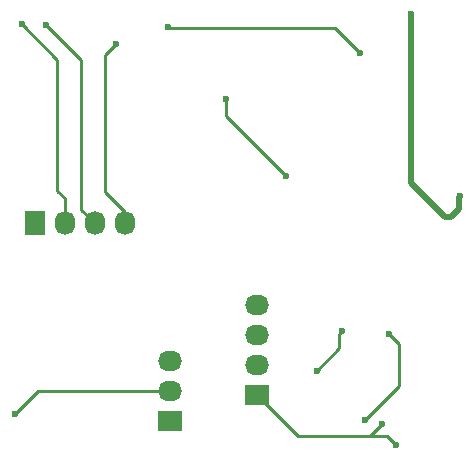
<source format=gbr>
G04 #@! TF.FileFunction,Copper,L2,Bot,Signal*
%FSLAX46Y46*%
G04 Gerber Fmt 4.6, Leading zero omitted, Abs format (unit mm)*
G04 Created by KiCad (PCBNEW 4.0.4-stable) date 10/15/16 21:45:22*
%MOMM*%
%LPD*%
G01*
G04 APERTURE LIST*
%ADD10C,0.100000*%
%ADD11R,2.032000X1.727200*%
%ADD12O,2.032000X1.727200*%
%ADD13R,1.727200X2.032000*%
%ADD14O,1.727200X2.032000*%
%ADD15C,0.600000*%
%ADD16C,0.500000*%
%ADD17C,0.250000*%
G04 APERTURE END LIST*
D10*
D11*
X135686800Y-122021600D03*
D12*
X135686800Y-119481600D03*
X135686800Y-116941600D03*
D11*
X143052800Y-119786400D03*
D12*
X143052800Y-117246400D03*
X143052800Y-114706400D03*
X143052800Y-112166400D03*
D13*
X124256800Y-105257600D03*
D14*
X126796800Y-105257600D03*
X129336800Y-105257600D03*
X131876800Y-105257600D03*
D15*
X156108400Y-87528400D03*
X160274000Y-102971600D03*
X135585200Y-88646000D03*
X151790400Y-90830400D03*
X125222000Y-88442800D03*
X123190000Y-88392000D03*
X140462000Y-94742000D03*
X145542000Y-101219000D03*
X131165600Y-90068400D03*
X154838400Y-124053600D03*
X148183600Y-117754400D03*
X150266400Y-114350800D03*
X153670000Y-122275600D03*
X122580400Y-121412000D03*
X152196800Y-121920000D03*
X154279600Y-114655600D03*
D16*
X156108400Y-101854000D02*
X156108400Y-87528400D01*
X159004000Y-104749600D02*
X156108400Y-101854000D01*
X159512000Y-104749600D02*
X159004000Y-104749600D01*
X160223200Y-104038400D02*
X159512000Y-104749600D01*
X160223200Y-103022400D02*
X160223200Y-104038400D01*
X160274000Y-102971600D02*
X160223200Y-103022400D01*
D17*
X135686800Y-88747600D02*
X135585200Y-88646000D01*
X149707600Y-88747600D02*
X135686800Y-88747600D01*
X151790400Y-90830400D02*
X149707600Y-88747600D01*
X128219200Y-104140000D02*
X129336800Y-105257600D01*
X128219200Y-91440000D02*
X128219200Y-104140000D01*
X125222000Y-88442800D02*
X128219200Y-91440000D01*
X126796800Y-105257600D02*
X126796800Y-103124000D01*
X126187200Y-91389200D02*
X123190000Y-88392000D01*
X126187200Y-102514400D02*
X126187200Y-91389200D01*
X126796800Y-103124000D02*
X126187200Y-102514400D01*
X140462000Y-96139000D02*
X140462000Y-94742000D01*
X145542000Y-101219000D02*
X140462000Y-96139000D01*
X131876800Y-105257600D02*
X131876800Y-104292400D01*
X131876800Y-104292400D02*
X130200400Y-102616000D01*
X130200400Y-102616000D02*
X130200400Y-91033600D01*
X130200400Y-91033600D02*
X131165600Y-90068400D01*
X154076400Y-123291600D02*
X152654000Y-123291600D01*
X154838400Y-124053600D02*
X154076400Y-123291600D01*
X148183600Y-117754400D02*
X150012400Y-115773200D01*
X150266400Y-114350800D02*
X150012400Y-114604800D01*
X150012400Y-114604800D02*
X150012400Y-115773200D01*
X153670000Y-122275600D02*
X152654000Y-123291600D01*
X146558000Y-123291600D02*
X143052800Y-119786400D01*
X152654000Y-123291600D02*
X146558000Y-123291600D01*
X124510800Y-119481600D02*
X135686800Y-119481600D01*
X122580400Y-121412000D02*
X124510800Y-119481600D01*
X155092400Y-119024400D02*
X152196800Y-121920000D01*
X155092400Y-115468400D02*
X155092400Y-119024400D01*
X154279600Y-114655600D02*
X155092400Y-115468400D01*
M02*

</source>
